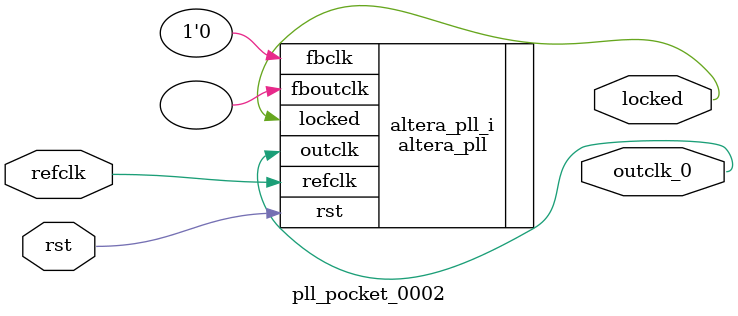
<source format=v>
`timescale 1ns/10ps
module  pll_pocket_0002(

	// interface 'refclk'
	input wire refclk,

	// interface 'reset'
	input wire rst,

	// interface 'outclk0'
	output wire outclk_0,

	// interface 'locked'
	output wire locked
);

	altera_pll #(
		.fractional_vco_multiplier("false"),
		.reference_clock_frequency("74.25 MHz"),
		.operation_mode("direct"),
		.number_of_clocks(1),
		.output_clock_frequency0("27.000000 MHz"),
		.phase_shift0("0 ps"),
		.duty_cycle0(50),
		.output_clock_frequency1("0 MHz"),
		.phase_shift1("0 ps"),
		.duty_cycle1(50),
		.output_clock_frequency2("0 MHz"),
		.phase_shift2("0 ps"),
		.duty_cycle2(50),
		.output_clock_frequency3("0 MHz"),
		.phase_shift3("0 ps"),
		.duty_cycle3(50),
		.output_clock_frequency4("0 MHz"),
		.phase_shift4("0 ps"),
		.duty_cycle4(50),
		.output_clock_frequency5("0 MHz"),
		.phase_shift5("0 ps"),
		.duty_cycle5(50),
		.output_clock_frequency6("0 MHz"),
		.phase_shift6("0 ps"),
		.duty_cycle6(50),
		.output_clock_frequency7("0 MHz"),
		.phase_shift7("0 ps"),
		.duty_cycle7(50),
		.output_clock_frequency8("0 MHz"),
		.phase_shift8("0 ps"),
		.duty_cycle8(50),
		.output_clock_frequency9("0 MHz"),
		.phase_shift9("0 ps"),
		.duty_cycle9(50),
		.output_clock_frequency10("0 MHz"),
		.phase_shift10("0 ps"),
		.duty_cycle10(50),
		.output_clock_frequency11("0 MHz"),
		.phase_shift11("0 ps"),
		.duty_cycle11(50),
		.output_clock_frequency12("0 MHz"),
		.phase_shift12("0 ps"),
		.duty_cycle12(50),
		.output_clock_frequency13("0 MHz"),
		.phase_shift13("0 ps"),
		.duty_cycle13(50),
		.output_clock_frequency14("0 MHz"),
		.phase_shift14("0 ps"),
		.duty_cycle14(50),
		.output_clock_frequency15("0 MHz"),
		.phase_shift15("0 ps"),
		.duty_cycle15(50),
		.output_clock_frequency16("0 MHz"),
		.phase_shift16("0 ps"),
		.duty_cycle16(50),
		.output_clock_frequency17("0 MHz"),
		.phase_shift17("0 ps"),
		.duty_cycle17(50),
		.pll_type("General"),
		.pll_subtype("General")
	) altera_pll_i (
		.rst	(rst),
		.outclk	({outclk_0}),
		.locked	(locked),
		.fboutclk	( ),
		.fbclk	(1'b0),
		.refclk	(refclk)
	);
endmodule


</source>
